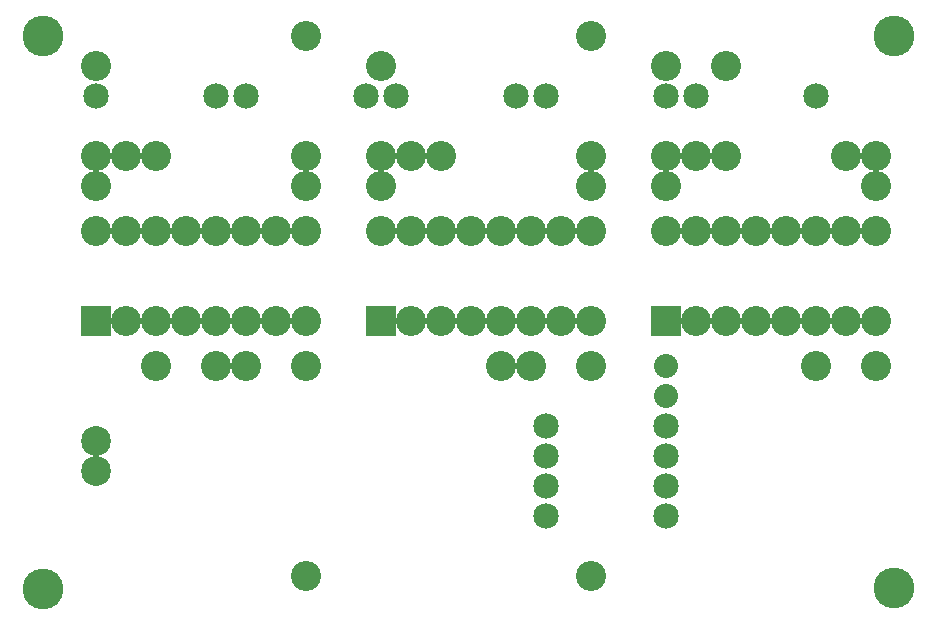
<source format=gbs>
G04 MADE WITH FRITZING*
G04 WWW.FRITZING.ORG*
G04 DOUBLE SIDED*
G04 HOLES PLATED*
G04 CONTOUR ON CENTER OF CONTOUR VECTOR*
%ASAXBY*%
%FSLAX23Y23*%
%MOIN*%
%OFA0B0*%
%SFA1.0B1.0*%
%ADD10C,0.085000*%
%ADD11C,0.080000*%
%ADD12C,0.135984*%
%ADD13C,0.100551*%
%ADD14C,0.099764*%
%ADD15R,0.100551X0.100551*%
%LNMASK0*%
G90*
G70*
G54D10*
X283Y1748D03*
X683Y1748D03*
X783Y1748D03*
X1183Y1748D03*
X1283Y1748D03*
X1683Y1748D03*
X1783Y1748D03*
X2183Y1748D03*
X2283Y1748D03*
X2683Y1748D03*
X1783Y348D03*
X2183Y348D03*
X1783Y448D03*
X2183Y448D03*
X1783Y548D03*
X2183Y548D03*
X1783Y648D03*
X2183Y648D03*
G54D11*
X2183Y748D03*
X2183Y848D03*
G54D12*
X2945Y106D03*
X2945Y1948D03*
X107Y104D03*
X107Y1948D03*
G54D13*
X2183Y998D03*
X2183Y1298D03*
X2283Y998D03*
X2283Y1298D03*
X2383Y998D03*
X2383Y1298D03*
X2483Y998D03*
X2483Y1298D03*
X2583Y998D03*
X2583Y1298D03*
X2683Y998D03*
X2683Y1298D03*
X2783Y998D03*
X2783Y1298D03*
X2883Y998D03*
X2883Y1298D03*
X1233Y998D03*
X1233Y1298D03*
X1333Y998D03*
X1333Y1298D03*
X1433Y998D03*
X1433Y1298D03*
X1533Y998D03*
X1533Y1298D03*
X1633Y998D03*
X1633Y1298D03*
X1733Y998D03*
X1733Y1298D03*
X1833Y998D03*
X1833Y1298D03*
X1933Y998D03*
X1933Y1298D03*
X283Y998D03*
X283Y1298D03*
X383Y998D03*
X383Y1298D03*
X483Y998D03*
X483Y1298D03*
X583Y998D03*
X583Y1298D03*
X683Y998D03*
X683Y1298D03*
X783Y998D03*
X783Y1298D03*
X883Y998D03*
X883Y1298D03*
X983Y998D03*
X983Y1298D03*
X2783Y1548D03*
X2683Y848D03*
X1633Y848D03*
X1733Y848D03*
X683Y848D03*
X783Y848D03*
X283Y1448D03*
X983Y148D03*
X1933Y148D03*
X1933Y848D03*
X983Y848D03*
X483Y848D03*
X1233Y1848D03*
X283Y1848D03*
X2183Y1848D03*
X1233Y1548D03*
X283Y1548D03*
X2183Y1548D03*
X1933Y1948D03*
X983Y1948D03*
X1933Y1548D03*
X983Y1548D03*
X383Y1548D03*
X483Y1548D03*
X2283Y1548D03*
X2383Y1548D03*
X1333Y1548D03*
X1433Y1548D03*
X1233Y1448D03*
X2883Y1448D03*
X2183Y1448D03*
X1933Y1448D03*
X983Y1448D03*
X2883Y1548D03*
X2883Y848D03*
X2383Y1848D03*
G54D14*
X283Y598D03*
X283Y498D03*
G54D15*
X2183Y998D03*
X1233Y998D03*
X283Y998D03*
G04 End of Mask0*
M02*
</source>
